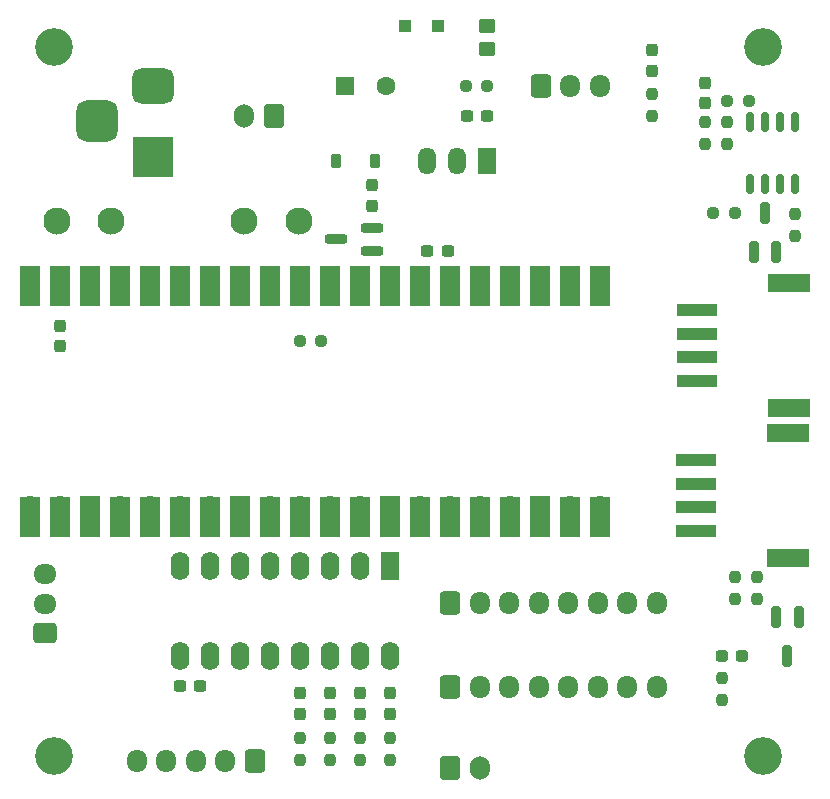
<source format=gbr>
%TF.GenerationSoftware,KiCad,Pcbnew,8.0.1*%
%TF.CreationDate,2024-09-06T12:01:45+09:00*%
%TF.ProjectId,raspcat,72617370-6361-4742-9e6b-696361645f70,rev?*%
%TF.SameCoordinates,Original*%
%TF.FileFunction,Soldermask,Top*%
%TF.FilePolarity,Negative*%
%FSLAX46Y46*%
G04 Gerber Fmt 4.6, Leading zero omitted, Abs format (unit mm)*
G04 Created by KiCad (PCBNEW 8.0.1) date 2024-09-06 12:01:45*
%MOMM*%
%LPD*%
G01*
G04 APERTURE LIST*
G04 Aperture macros list*
%AMRoundRect*
0 Rectangle with rounded corners*
0 $1 Rounding radius*
0 $2 $3 $4 $5 $6 $7 $8 $9 X,Y pos of 4 corners*
0 Add a 4 corners polygon primitive as box body*
4,1,4,$2,$3,$4,$5,$6,$7,$8,$9,$2,$3,0*
0 Add four circle primitives for the rounded corners*
1,1,$1+$1,$2,$3*
1,1,$1+$1,$4,$5*
1,1,$1+$1,$6,$7*
1,1,$1+$1,$8,$9*
0 Add four rect primitives between the rounded corners*
20,1,$1+$1,$2,$3,$4,$5,0*
20,1,$1+$1,$4,$5,$6,$7,0*
20,1,$1+$1,$6,$7,$8,$9,0*
20,1,$1+$1,$8,$9,$2,$3,0*%
G04 Aperture macros list end*
%ADD10R,3.500000X3.500000*%
%ADD11RoundRect,0.750000X-1.000000X0.750000X-1.000000X-0.750000X1.000000X-0.750000X1.000000X0.750000X0*%
%ADD12RoundRect,0.875000X-0.875000X0.875000X-0.875000X-0.875000X0.875000X-0.875000X0.875000X0.875000X0*%
%ADD13RoundRect,0.200000X-0.200000X0.700000X-0.200000X-0.700000X0.200000X-0.700000X0.200000X0.700000X0*%
%ADD14RoundRect,0.237500X0.250000X0.237500X-0.250000X0.237500X-0.250000X-0.237500X0.250000X-0.237500X0*%
%ADD15RoundRect,0.237500X-0.237500X0.300000X-0.237500X-0.300000X0.237500X-0.300000X0.237500X0.300000X0*%
%ADD16RoundRect,0.250000X0.600000X0.750000X-0.600000X0.750000X-0.600000X-0.750000X0.600000X-0.750000X0*%
%ADD17O,1.700000X2.000000*%
%ADD18RoundRect,0.237500X-0.237500X0.250000X-0.237500X-0.250000X0.237500X-0.250000X0.237500X0.250000X0*%
%ADD19RoundRect,0.237500X0.237500X-0.250000X0.237500X0.250000X-0.237500X0.250000X-0.237500X-0.250000X0*%
%ADD20RoundRect,0.237500X-0.250000X-0.237500X0.250000X-0.237500X0.250000X0.237500X-0.250000X0.237500X0*%
%ADD21RoundRect,0.237500X-0.237500X0.287500X-0.237500X-0.287500X0.237500X-0.287500X0.237500X0.287500X0*%
%ADD22R,3.400000X1.000000*%
%ADD23R,3.600000X1.500000*%
%ADD24RoundRect,0.250000X0.600000X0.725000X-0.600000X0.725000X-0.600000X-0.725000X0.600000X-0.725000X0*%
%ADD25O,1.700000X1.950000*%
%ADD26RoundRect,0.237500X0.287500X0.237500X-0.287500X0.237500X-0.287500X-0.237500X0.287500X-0.237500X0*%
%ADD27RoundRect,0.250000X0.725000X-0.600000X0.725000X0.600000X-0.725000X0.600000X-0.725000X-0.600000X0*%
%ADD28O,1.950000X1.700000*%
%ADD29RoundRect,0.237500X0.300000X0.237500X-0.300000X0.237500X-0.300000X-0.237500X0.300000X-0.237500X0*%
%ADD30RoundRect,0.237500X0.237500X-0.300000X0.237500X0.300000X-0.237500X0.300000X-0.237500X-0.300000X0*%
%ADD31R,1.500000X2.300000*%
%ADD32O,1.500000X2.300000*%
%ADD33RoundRect,0.200000X0.750000X0.200000X-0.750000X0.200000X-0.750000X-0.200000X0.750000X-0.200000X0*%
%ADD34C,3.200000*%
%ADD35RoundRect,0.250000X0.300000X0.300000X-0.300000X0.300000X-0.300000X-0.300000X0.300000X-0.300000X0*%
%ADD36RoundRect,0.250000X-0.600000X-0.725000X0.600000X-0.725000X0.600000X0.725000X-0.600000X0.725000X0*%
%ADD37RoundRect,0.237500X-0.300000X-0.237500X0.300000X-0.237500X0.300000X0.237500X-0.300000X0.237500X0*%
%ADD38RoundRect,0.225000X0.225000X0.375000X-0.225000X0.375000X-0.225000X-0.375000X0.225000X-0.375000X0*%
%ADD39RoundRect,0.200000X0.200000X-0.700000X0.200000X0.700000X-0.200000X0.700000X-0.200000X-0.700000X0*%
%ADD40R,1.600000X1.600000*%
%ADD41C,1.600000*%
%ADD42RoundRect,0.250000X-0.450000X0.350000X-0.450000X-0.350000X0.450000X-0.350000X0.450000X0.350000X0*%
%ADD43C,2.300000*%
%ADD44R,1.600000X2.400000*%
%ADD45O,1.600000X2.400000*%
%ADD46O,1.700000X1.700000*%
%ADD47R,1.700000X3.500000*%
%ADD48R,1.700000X1.700000*%
%ADD49RoundRect,0.250000X-0.600000X-0.750000X0.600000X-0.750000X0.600000X0.750000X-0.600000X0.750000X0*%
%ADD50RoundRect,0.150000X0.150000X-0.675000X0.150000X0.675000X-0.150000X0.675000X-0.150000X-0.675000X0*%
G04 APERTURE END LIST*
D10*
%TO.C,J1*%
X13365000Y55740000D03*
D11*
X13365000Y61740000D03*
D12*
X8665000Y58740000D03*
%TD*%
D13*
%TO.C,Q2*%
X68035000Y16780000D03*
X66135000Y16780000D03*
X67085000Y13480000D03*
%TD*%
D14*
%TO.C,R8*%
X63830000Y60470000D03*
X62005000Y60470000D03*
%TD*%
D15*
%TO.C,C6*%
X60100000Y61967500D03*
X60100000Y60242500D03*
%TD*%
D16*
%TO.C,J2*%
X23611000Y59200000D03*
D17*
X21111000Y59200000D03*
%TD*%
D18*
%TO.C,R10*%
X60100000Y58650000D03*
X60100000Y56825000D03*
%TD*%
D19*
%TO.C,R12*%
X30890000Y4670000D03*
X30890000Y6495000D03*
%TD*%
%TO.C,R15*%
X55655000Y59200000D03*
X55655000Y61025000D03*
%TD*%
D20*
%TO.C,R6*%
X60815000Y50945000D03*
X62640000Y50945000D03*
%TD*%
D21*
%TO.C,D3*%
X30890000Y10305000D03*
X30890000Y8555000D03*
%TD*%
D19*
%TO.C,R2*%
X64545000Y18282500D03*
X64545000Y20107500D03*
%TD*%
D20*
%TO.C,R5*%
X25810000Y40150000D03*
X27635000Y40150000D03*
%TD*%
D22*
%TO.C,CN1*%
X59375000Y24035000D03*
X59375000Y26035000D03*
X59375000Y28035000D03*
X59375000Y30035000D03*
D23*
X67175000Y32335000D03*
X67175000Y21735000D03*
%TD*%
D24*
%TO.C,J9*%
X22000000Y4590000D03*
D25*
X19500000Y4590000D03*
X17000000Y4590000D03*
X14500000Y4590000D03*
X12000000Y4590000D03*
%TD*%
D26*
%TO.C,D1*%
X63275000Y13480000D03*
X61525000Y13480000D03*
%TD*%
D27*
%TO.C,J5*%
X4220000Y15385000D03*
D28*
X4220000Y17885000D03*
X4220000Y20385000D03*
%TD*%
D29*
%TO.C,C2*%
X41685000Y59200000D03*
X39960000Y59200000D03*
%TD*%
D19*
%TO.C,R1*%
X62640000Y18282500D03*
X62640000Y20107500D03*
%TD*%
D30*
%TO.C,C4*%
X31906000Y51580000D03*
X31906000Y53305000D03*
%TD*%
D19*
%TO.C,R11*%
X33430000Y4670000D03*
X33430000Y6495000D03*
%TD*%
D29*
%TO.C,C7*%
X17375000Y10940000D03*
X15650000Y10940000D03*
%TD*%
D21*
%TO.C,D2*%
X33430000Y10305000D03*
X33430000Y8555000D03*
%TD*%
D19*
%TO.C,R9*%
X62005000Y56825000D03*
X62005000Y58650000D03*
%TD*%
D30*
%TO.C,C5*%
X5490000Y39695000D03*
X5490000Y41420000D03*
%TD*%
D31*
%TO.C,U1*%
X41685000Y55390000D03*
D32*
X39145000Y55390000D03*
X36605000Y55390000D03*
%TD*%
D33*
%TO.C,U3*%
X31907000Y47770000D03*
X31907000Y49670000D03*
X28907000Y48720000D03*
%TD*%
D34*
%TO.C,H3*%
X65000000Y5000000D03*
%TD*%
D35*
%TO.C,D7*%
X37500000Y66820000D03*
X34700000Y66820000D03*
%TD*%
D20*
%TO.C,R3*%
X39860000Y61740000D03*
X41685000Y61740000D03*
%TD*%
D34*
%TO.C,H4*%
X65000000Y65000000D03*
%TD*%
%TO.C,H1*%
X5000000Y5000000D03*
%TD*%
%TO.C,H2*%
X5000000Y65000000D03*
%TD*%
D36*
%TO.C,J4*%
X38550000Y17925000D03*
D25*
X41050000Y17925000D03*
X43550000Y17925000D03*
X46050000Y17925000D03*
X48550000Y17925000D03*
X51050000Y17925000D03*
X53550000Y17925000D03*
X56050000Y17925000D03*
%TD*%
D37*
%TO.C,C3*%
X36605000Y47770000D03*
X38330000Y47770000D03*
%TD*%
D36*
%TO.C,J3*%
X38550000Y10830000D03*
D25*
X41050000Y10830000D03*
X43550000Y10830000D03*
X46050000Y10830000D03*
X48550000Y10830000D03*
X51050000Y10830000D03*
X53550000Y10830000D03*
X56050000Y10830000D03*
%TD*%
D38*
%TO.C,D8*%
X32206000Y55390000D03*
X28906000Y55390000D03*
%TD*%
D39*
%TO.C,Q1*%
X64230000Y47645000D03*
X66130000Y47645000D03*
X65180000Y50945000D03*
%TD*%
D40*
%TO.C,C1*%
X29620000Y61740000D03*
D41*
X33120000Y61740000D03*
%TD*%
D42*
%TO.C,R17*%
X41685000Y66820000D03*
X41685000Y64820000D03*
%TD*%
D43*
%TO.C,F1*%
X5211000Y50310000D03*
X9811000Y50310000D03*
X21111000Y50310000D03*
X25711000Y50310000D03*
%TD*%
D44*
%TO.C,U5*%
X33430000Y21100000D03*
D45*
X30890000Y21100000D03*
X28350000Y21100000D03*
X25810000Y21100000D03*
X23270000Y21100000D03*
X20730000Y21100000D03*
X18190000Y21100000D03*
X15650000Y21100000D03*
X15650000Y13480000D03*
X18190000Y13480000D03*
X20730000Y13480000D03*
X23270000Y13480000D03*
X25810000Y13480000D03*
X28350000Y13480000D03*
X30890000Y13480000D03*
X33430000Y13480000D03*
%TD*%
D21*
%TO.C,D6*%
X25810000Y10305000D03*
X25810000Y8555000D03*
%TD*%
D18*
%TO.C,R4*%
X67720000Y50865000D03*
X67720000Y49040000D03*
%TD*%
D21*
%TO.C,D5*%
X55655000Y64760000D03*
X55655000Y63010000D03*
%TD*%
D19*
%TO.C,R7*%
X61525000Y9750000D03*
X61525000Y11575000D03*
%TD*%
D46*
%TO.C,U2*%
X2950000Y26110000D03*
D47*
X2950000Y25210000D03*
D46*
X5490000Y26110000D03*
D47*
X5490000Y25210000D03*
D48*
X8030000Y26110000D03*
D47*
X8030000Y25210000D03*
D46*
X10570000Y26110000D03*
D47*
X10570000Y25210000D03*
D46*
X13110000Y26110000D03*
D47*
X13110000Y25210000D03*
D46*
X15650000Y26110000D03*
D47*
X15650000Y25210000D03*
D46*
X18190000Y26110000D03*
D47*
X18190000Y25210000D03*
D48*
X20730000Y26110000D03*
D47*
X20730000Y25210000D03*
D46*
X23270000Y26110000D03*
D47*
X23270000Y25210000D03*
D46*
X25810000Y26110000D03*
D47*
X25810000Y25210000D03*
D46*
X28350000Y26110000D03*
D47*
X28350000Y25210000D03*
D46*
X30890000Y26110000D03*
D47*
X30890000Y25210000D03*
D48*
X33430000Y26110000D03*
D47*
X33430000Y25210000D03*
D46*
X35970000Y26110000D03*
D47*
X35970000Y25210000D03*
D46*
X38510000Y26110000D03*
D47*
X38510000Y25210000D03*
D46*
X41050000Y26110000D03*
D47*
X41050000Y25210000D03*
D46*
X43590000Y26110000D03*
D47*
X43590000Y25210000D03*
D48*
X46130000Y26110000D03*
D47*
X46130000Y25210000D03*
D46*
X48670000Y26110000D03*
D47*
X48670000Y25210000D03*
D46*
X51210000Y26110000D03*
D47*
X51210000Y25210000D03*
D46*
X51210000Y43890000D03*
D47*
X51210000Y44790000D03*
D46*
X48670000Y43890000D03*
D47*
X48670000Y44790000D03*
D48*
X46130000Y43890000D03*
D47*
X46130000Y44790000D03*
D46*
X43590000Y43890000D03*
D47*
X43590000Y44790000D03*
D46*
X41050000Y43890000D03*
D47*
X41050000Y44790000D03*
D46*
X38510000Y43890000D03*
D47*
X38510000Y44790000D03*
D46*
X35970000Y43890000D03*
D47*
X35970000Y44790000D03*
D48*
X33430000Y43890000D03*
D47*
X33430000Y44790000D03*
D46*
X30890000Y43890000D03*
D47*
X30890000Y44790000D03*
D46*
X28350000Y43890000D03*
D47*
X28350000Y44790000D03*
D46*
X25810000Y43890000D03*
D47*
X25810000Y44790000D03*
D46*
X23270000Y43890000D03*
D47*
X23270000Y44790000D03*
D48*
X20730000Y43890000D03*
D47*
X20730000Y44790000D03*
D46*
X18190000Y43890000D03*
D47*
X18190000Y44790000D03*
D46*
X15650000Y43890000D03*
D47*
X15650000Y44790000D03*
D46*
X13110000Y43890000D03*
D47*
X13110000Y44790000D03*
D46*
X10570000Y43890000D03*
D47*
X10570000Y44790000D03*
D48*
X8030000Y43890000D03*
D47*
X8030000Y44790000D03*
D46*
X5490000Y43890000D03*
D47*
X5490000Y44790000D03*
D46*
X2950000Y43890000D03*
D47*
X2950000Y44790000D03*
%TD*%
D22*
%TO.C,CN2*%
X59465000Y36735000D03*
X59465000Y38735000D03*
X59465000Y40735000D03*
X59465000Y42735000D03*
D23*
X67265000Y45035000D03*
X67265000Y34435000D03*
%TD*%
D36*
%TO.C,J8*%
X46210000Y61740000D03*
D25*
X48710000Y61740000D03*
X51210000Y61740000D03*
%TD*%
D49*
%TO.C,J6*%
X38550000Y3955000D03*
D17*
X41050000Y3955000D03*
%TD*%
D19*
%TO.C,R16*%
X25810000Y4670000D03*
X25810000Y6495000D03*
%TD*%
%TO.C,R14*%
X28350000Y4670000D03*
X28350000Y6495000D03*
%TD*%
D50*
%TO.C,U4*%
X63910000Y53400000D03*
X65180000Y53400000D03*
X66450000Y53400000D03*
X67720000Y53400000D03*
X67720000Y58650000D03*
X66450000Y58650000D03*
X65180000Y58650000D03*
X63910000Y58650000D03*
%TD*%
D21*
%TO.C,D4*%
X28350000Y10305000D03*
X28350000Y8555000D03*
%TD*%
M02*

</source>
